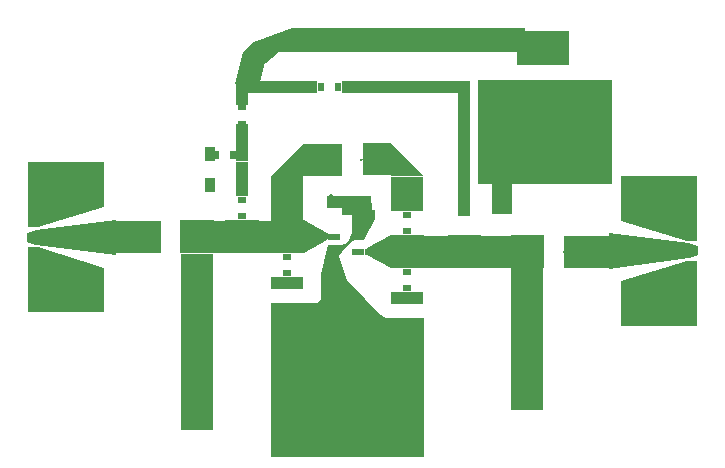
<source format=gbr>
G04 ===== Begin FILE IDENTIFICATION =====*
G04 File Format:  Gerber RS274X*
G04 ===== End FILE IDENTIFICATION =====*
%FSLAX55Y55*%
%MOMM*%
%SFA1.0000B1.0000*%
%OFA0.0B0.0*%
%ADD14C,0.050000*%
%ADD15R,1.000000X2.000000*%
%ADD16R,2.500000X1.000000*%
%ADD17R,2.000000X1.000000*%
%ADD18R,3.840000X1.080000*%
%ADD19R,0.900000X1.200000*%
%ADD20R,0.800000X1.300000*%
%ADD21R,0.990606X0.609603*%
%ADD22R,0.990606X0.889003*%
%ADD23R,0.295765X0.591531*%
%ADD24R,1.000000X2.500000*%
%ADD25R,0.277332X0.603086*%
%ADD26R,4.400000X2.900000*%
%ADD27R,11.400000X8.800000*%
%ADD28R,1.700000X2.800000*%
%ADD29R,2.817000X3.700000*%
%ADD30R,0.700000X0.600000*%
%ADD31R,0.400000X0.200000*%
%ADD32C,0.350000*%
%ADD33R,1.000000X3.000000*%
%ADD34R,5.000000X1.000000*%
%ADD35R,0.600000X0.700000*%
%ADD36R,1.000000X9.500000*%
%ADD37R,2.817000X12.000000*%
%ADD38R,2.817000X3.000000*%
%ADD39R,2.400000X2.817000*%
%ADD40R,0.200000X0.400000*%
%ADD41R,4.000000X2.817000*%
%ADD42R,2.500000X2.817000*%
%ADD43R,2.000000X2.817000*%
%ADD44R,1.000000X2.817000*%
%ADD45R,2.817000X1.000000*%
%ADD46C,1.000000*%
%ADD47R,9.000000X1.000000*%
%ADD48R,3.230000X2.817000*%
%ADD49R,2.817000X15.000000*%
%ADD50C,2.000000*%
%LNcond*%
%IPPOS*%
%LPD*%
G75*
G36*
G01X1443889Y-1067777D02*
G01X1380315Y-1307799D01*
G01X1379342Y-1525602D01*
G01X1348934Y-1558038D01*
G01X961737Y-1560065D01*
G01X958854Y-2860005D01*
G01X2255604D01*
G01Y-1685245D01*
G01X1928716D01*
G01X1888172Y-1654837D01*
G01X1756403Y-1520534D01*
G01X1603349Y-1362209D01*
G01X1525808Y-1140432D01*
G01X1437118Y-1072014D01*
G01X1443889Y-1067777D01*
G37*
D14*
G01X1718150Y-342908D02*
G01Y-343150D01*
G01X1710150D01*
G01Y-342908D01*
D15*
X2590000Y220000D03*
D16*
X1684150Y-759150D03*
D17*
X2540000Y270000D03*
D18*
X1617150Y-705150D03*
G36*
G01X1647020Y-1024390D02*
G01X1644389Y-772228D01*
G01X1838915D01*
G01Y-844235D01*
G01X1745070Y-1024231D01*
G01X1647040Y-1024580D01*
G01X1646859Y-1018629D01*
G01X1647020Y-1024390D01*
G37*
G36*
G01X1539100Y-1153937D02*
G01X1572116Y-1103263D01*
G01X1642296Y-1035936D01*
G01X1668562Y-1023443D01*
G01X1669078Y-964128D01*
G01X1647415D01*
G01X1618904Y-1026741D01*
G01X1584679Y-1057163D01*
G01X1539100Y-1066769D01*
G01X1538584Y-1153937D01*
G01X1539100D01*
G37*
D15*
X710000Y220000D03*
D14*
G01X1718150Y-341150D02*
G01X1710150D01*
G01Y-342908D01*
D19*
X445000Y-300000D03*
Y-560000D03*
D20*
X2860000Y-725000D03*
D14*
G01X1709376Y-342908D02*
G01Y-340827D01*
G01X1710376D01*
G01Y-340916D01*
G01X1710343D01*
G01Y-341102D01*
G01X1709343D01*
G01Y-342908D01*
G01X1709376D01*
D21*
X1695897Y-1124303D03*
X1491834Y-995331D03*
D22*
X1490157Y-1110333D03*
D23*
X1433719Y-994072D03*
D14*
G01X1709376Y-342908D02*
G01X1710150D01*
D21*
X1695897Y-994763D03*
D14*
G01X1718384Y-342908D02*
G01X1718150D01*
D24*
X709150Y-165850D03*
D25*
X1758812Y-1123435D03*
D14*
G01X1718150Y-342908D02*
G01Y-341150D01*
G01X1731984Y-341208D02*
G01Y-341150D01*
G01X1718150D01*
D26*
X3260000Y605000D03*
G36*
G01X3110000Y770000D02*
G01X1138528D01*
G01X812066Y650000D01*
G01X725235Y576194D01*
G01X854765Y423806D01*
G01X1026758Y570000D01*
G01X3110000D01*
G01Y770000D01*
G37*
G36*
G01X722862Y563752D02*
G01X656546Y292544D01*
G01X850822Y245039D01*
G01X917138Y516248D01*
G01X722862Y563752D01*
G37*
D27*
X3280000Y-110000D03*
D28*
X2915000Y-670000D03*
G36*
G01X4567873Y-1200555D02*
G01X4478973D01*
G01X3920173Y-1373275D01*
G01Y-1751735D01*
G01X4567873D01*
G01Y-1200555D01*
G37*
G36*
G01X4567873Y-1032915D02*
G01X4478973D01*
G01X3920173Y-860195D01*
G01Y-481736D01*
G01X4567873D01*
G01Y-1032915D01*
G37*
G36*
G01X3823501Y-966731D02*
G01X4496499Y-1053269D01*
G01Y-1180269D01*
G01X3823501Y-1266806D01*
G01Y-966731D01*
G37*
G36*
G01X4572699Y-1078669D02*
G01Y-1154869D01*
G01X4496499Y-1180269D01*
G01Y-1053269D01*
G01X4572699Y-1078669D01*
G37*
G36*
G01X-356423Y-1150926D02*
G01X-1029421Y-1064388D01*
G01Y-937388D01*
G01X-356423Y-850851D01*
G01Y-1150926D01*
G37*
G36*
G01X-1100795Y-917102D02*
G01X-1011895D01*
G01X-453095Y-744382D01*
G01Y-365922D01*
G01X-1100795D01*
G01Y-917102D01*
G37*
G36*
G01X-1105621Y-1038988D02*
G01Y-962788D01*
G01X-1029421Y-937388D01*
G01Y-1064388D01*
G01X-1105621Y-1038988D01*
G37*
G36*
G01X-1100795Y-1084742D02*
G01X-1011895D01*
G01X-453095Y-1257462D01*
G01Y-1635922D01*
G01X-1100795D01*
G01Y-1084742D01*
G37*
G36*
G01X1235384Y-483758D02*
G01Y-202058D01*
G01X953684Y-483758D01*
G01X1235384D01*
G37*
D29*
X1094534Y-668758D03*
G36*
G01X853684Y-1135458D02*
G01Y-853758D01*
G01X571984D01*
G01Y-1135458D01*
G01X853684D01*
G37*
G36*
G01X1235384Y-853758D02*
G01Y-1135458D01*
G01X1435384Y-1024608D01*
G01Y-964608D01*
G01X1235384Y-853758D01*
G37*
G36*
G01X953684Y-853758D02*
G01Y-1135458D01*
G01X1235384D01*
G01Y-853758D01*
G01X953684D01*
G37*
D30*
X1094534Y-1165458D03*
Y-1305458D03*
D31*
Y-1605458D03*
D32*
Y-1595458D03*
D30*
X712834Y-823758D03*
Y-683758D03*
D33*
Y-503758D03*
G36*
G01X762834Y-253758D02*
G01X662834D01*
G01Y-353758D01*
G01X762834D01*
G01Y-253758D01*
G37*
D30*
X712834Y97942D03*
Y-42058D03*
G36*
G01X753684Y218792D02*
G01X853684D01*
G01Y318792D01*
G01X753684D01*
G01Y218792D01*
G37*
D34*
X1103684Y268792D03*
D35*
X1383684D03*
X1523684D03*
D36*
X2594534Y-347058D03*
G36*
G01X1971984Y-982058D02*
G01Y-1263758D01*
G01X2253684D01*
G01Y-982058D01*
G01X1971984D01*
G37*
D30*
X2112834Y-1293758D03*
Y-1433758D03*
D31*
Y-1733758D03*
D32*
Y-1723758D03*
D37*
X3126234Y-1863758D03*
G36*
G01X2735384Y-1263758D02*
G01Y-982058D01*
G01X2453684D01*
G01Y-1263758D01*
G01X2735384D01*
G37*
D30*
X2112834Y-952058D03*
Y-812058D03*
D38*
Y-632058D03*
G36*
G01X1971984Y-482058D02*
G01X2253684D01*
G01X1971984Y-200358D01*
G01Y-482058D01*
G37*
D39*
X1851984Y-341208D03*
G36*
G01X1971984Y-1263758D02*
G01Y-982058D01*
G01X1771984Y-1092908D01*
G01Y-1152908D01*
G01X1971984Y-1263758D01*
G37*
D35*
X492834Y-303758D03*
X632834D03*
D40*
X1720000Y-990000D03*
D32*
X1710000D03*
G36*
G01X2985384Y-982058D02*
G01Y-1263758D01*
G01X3267084D01*
G01Y-982058D01*
G01X2985384D01*
G37*
D14*
G01X3427084Y-1127908D02*
G01X3432084D01*
G01Y-1117908D01*
G01X3427084D01*
G01Y-1127908D01*

G01X3432084Y-1117908D01*
G01X3427084D02*
G01X3432084Y-1127908D01*
D41*
X3632084Y-1122908D03*
D42*
X2860384D03*
D31*
X1462235Y-661619D03*
D32*
Y-651619D03*
D31*
X1640000Y-1890000D03*
D32*
Y-1880000D03*
D31*
X1630000Y-2370000D03*
D32*
Y-2360000D03*
D43*
X2353684Y-1122908D03*
D44*
X903684Y-994608D03*
D45*
X1094534Y-1385458D03*
X2112834Y-1513758D03*
D31*
X3150000Y504000D03*
D46*
Y514000D03*
D47*
X2003684Y268792D03*
D48*
X1396884Y-342908D03*
D44*
X521984Y-994608D03*
G36*
G01X190284Y-853758D02*
G01Y-1135458D01*
G01X471984D01*
G01Y-853758D01*
G01X190284D01*
G37*
D41*
X-169716Y-994608D03*
D49*
X331134Y-1885458D03*
D31*
X3150000Y-4000D03*
D46*
Y6000D03*
D31*
Y250000D03*
D46*
Y260000D03*
D31*
X3404000Y-4000D03*
D46*
Y6000D03*
D31*
Y250000D03*
D46*
Y260000D03*
D31*
Y504000D03*
D46*
Y514000D03*
D40*
X2870000Y-690000D03*
D32*
X2860000D03*
D40*
X2870000Y-760000D03*
D32*
X2860000D03*
D40*
X450000Y-530000D03*
D32*
X440000D03*
D40*
X450000Y-590000D03*
D32*
X440000D03*
D40*
Y-330000D03*
D32*
X430000D03*
D40*
X440000Y-270000D03*
D32*
X430000D03*
D40*
X1680000Y-930000D03*
D32*
X1670000D03*
D40*
X1770000D03*
D32*
X1760000D03*
D40*
X1490599Y-701309D03*
D32*
X1480599D03*
D40*
X1770000Y-700000D03*
D32*
X1760000D03*
D40*
X1640000D03*
D32*
X1630000D03*
D40*
X1770000Y-810000D03*
D32*
X1760000D03*
D40*
X1694150Y-809150D03*
D32*
X1684150D03*
D31*
X1481463Y-1116223D03*
D32*
Y-1106223D03*
D31*
X1440000Y-1180000D03*
D32*
Y-1170000D03*
D31*
X1520000Y-1210000D03*
D32*
Y-1200000D03*
D31*
X1060000Y-1660000D03*
D32*
Y-1650000D03*
D31*
X1120000Y-1660000D03*
D32*
Y-1650000D03*
D31*
X2080000Y-1780000D03*
D32*
Y-1770000D03*
D31*
X2150000Y-1780000D03*
D32*
Y-1770000D03*
D40*
X3750000Y-470000D03*
D32*
X3740000D03*
D40*
X3750000Y-60000D03*
D32*
X3740000D03*
D31*
X1020000Y-1860000D03*
D32*
Y-1850000D03*
D31*
X1030000Y-2200000D03*
D32*
Y-2190000D03*
D31*
Y-2530000D03*
D32*
Y-2520000D03*
D31*
X2200000Y-1860000D03*
D32*
Y-1850000D03*
D31*
Y-2210000D03*
D32*
Y-2200000D03*
D31*
Y-2530000D03*
D32*
Y-2520000D03*
D31*
Y-2800000D03*
D32*
Y-2790000D03*
D31*
X1860000Y-2800000D03*
D32*
Y-2790000D03*
D31*
X1380000Y-2800000D03*
D32*
Y-2790000D03*
D31*
X1030000Y-2800000D03*
D32*
Y-2790000D03*
D31*
X1880000Y-1720000D03*
D32*
Y-1710000D03*
D31*
X1680000Y-1540000D03*
D32*
Y-1530000D03*
D31*
X1340000Y-1610000D03*
D32*
Y-1600000D03*
D31*
X1430000Y-1350000D03*
D32*
Y-1340000D03*
D40*
X3750000Y250000D03*
D32*
X3740000D03*
D40*
X2790000D03*
D32*
X2780000D03*
D40*
X2790000Y-70000D03*
D32*
X2780000D03*
D40*
Y-470000D03*
D32*
X2770000D03*
D40*
X3290000Y-460000D03*
D32*
X3280000D03*
D40*
X3980000Y-600000D03*
D32*
X3970000D03*
D40*
X3980000Y-710000D03*
D32*
X3970000D03*
D40*
X3994867Y-812409D03*
D32*
X3984867D03*
D40*
X4104705Y-869263D03*
D32*
X4094705D03*
D40*
X4200000Y-890000D03*
D32*
X4190000D03*
D40*
X4323145Y-935303D03*
D32*
X4313145D03*
D40*
X4406379Y-968304D03*
D32*
X4396379D03*
D40*
X4530000Y-980000D03*
D32*
X4520000D03*
D40*
X4300000Y-640000D03*
D50*
X4290000D03*
D40*
X4530000Y-1250000D03*
D32*
X4520000D03*
D40*
X4420000Y-1270000D03*
D32*
X4410000D03*
D40*
X4301852Y-1319461D03*
D32*
X4291852D03*
D40*
X4206827Y-1354587D03*
D32*
X4196827D03*
D40*
X4094713Y-1388332D03*
D32*
X4084713D03*
D40*
X3980000Y-1410000D03*
D32*
X3970000D03*
D40*
X3979291Y-1509375D03*
D32*
X3969291D03*
D40*
X3997078Y-1647657D03*
D32*
X3987078D03*
D40*
X4300000Y-1590000D03*
D50*
X4290000D03*
D40*
X-832922Y-527657D03*
D50*
X-822922D03*
D40*
X-832922Y-1477657D03*
D50*
X-822922D03*
D40*
X-530000Y-470000D03*
D32*
X-520000D03*
D40*
X-512213Y-608282D03*
D32*
X-502213D03*
D40*
X-512922Y-707657D03*
D32*
X-502922D03*
D40*
X-627635Y-729325D03*
D32*
X-617635D03*
D40*
X-739749Y-763070D03*
D32*
X-729749D03*
D40*
X-834774Y-798196D03*
D32*
X-824774D03*
D40*
X-1062922Y-1137657D03*
D32*
X-1052922D03*
D40*
X-939301Y-1149354D03*
D32*
X-929301D03*
D40*
X-856067Y-1182354D03*
D32*
X-846068D03*
D40*
X-732922Y-1227657D03*
D32*
X-722922D03*
D40*
X-512922Y-1517657D03*
D32*
X-502922D03*
D40*
X-512922Y-1407657D03*
D32*
X-502922D03*
D40*
X-527789Y-1305248D03*
D32*
X-517789D03*
D40*
X-637628Y-1248394D03*
D32*
X-627628D03*
D40*
X-952922Y-847657D03*
D32*
X-942922D03*
D40*
X-1062922Y-867657D03*
D32*
X-1052922D03*
M02*


</source>
